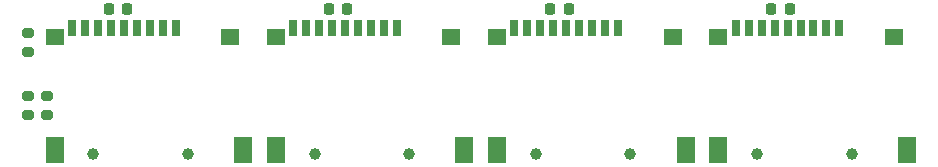
<source format=gts>
%TF.GenerationSoftware,KiCad,Pcbnew,(6.0.1)*%
%TF.CreationDate,2022-03-04T18:54:33+03:00*%
%TF.ProjectId,MICROSD_EM_V1.1,4d494352-4f53-4445-9f45-4d5f56312e31,rev?*%
%TF.SameCoordinates,Original*%
%TF.FileFunction,Soldermask,Top*%
%TF.FilePolarity,Negative*%
%FSLAX46Y46*%
G04 Gerber Fmt 4.6, Leading zero omitted, Abs format (unit mm)*
G04 Created by KiCad (PCBNEW (6.0.1)) date 2022-03-04 18:54:33*
%MOMM*%
%LPD*%
G01*
G04 APERTURE LIST*
G04 Aperture macros list*
%AMRoundRect*
0 Rectangle with rounded corners*
0 $1 Rounding radius*
0 $2 $3 $4 $5 $6 $7 $8 $9 X,Y pos of 4 corners*
0 Add a 4 corners polygon primitive as box body*
4,1,4,$2,$3,$4,$5,$6,$7,$8,$9,$2,$3,0*
0 Add four circle primitives for the rounded corners*
1,1,$1+$1,$2,$3*
1,1,$1+$1,$4,$5*
1,1,$1+$1,$6,$7*
1,1,$1+$1,$8,$9*
0 Add four rect primitives between the rounded corners*
20,1,$1+$1,$2,$3,$4,$5,0*
20,1,$1+$1,$4,$5,$6,$7,0*
20,1,$1+$1,$6,$7,$8,$9,0*
20,1,$1+$1,$8,$9,$2,$3,0*%
G04 Aperture macros list end*
%ADD10RoundRect,0.200000X-0.275000X0.200000X-0.275000X-0.200000X0.275000X-0.200000X0.275000X0.200000X0*%
%ADD11RoundRect,0.225000X0.225000X0.250000X-0.225000X0.250000X-0.225000X-0.250000X0.225000X-0.250000X0*%
%ADD12R,0.700000X1.400000*%
%ADD13R,1.600000X1.400000*%
%ADD14R,1.600000X2.200000*%
%ADD15C,1.000000*%
%ADD16RoundRect,0.200000X0.275000X-0.200000X0.275000X0.200000X-0.275000X0.200000X-0.275000X-0.200000X0*%
G04 APERTURE END LIST*
D10*
%TO.C,R3*%
X99100000Y-136575000D03*
X99100000Y-138225000D03*
%TD*%
D11*
%TO.C,C3*%
X126125000Y-129250000D03*
X124575000Y-129250000D03*
%TD*%
%TO.C,C1*%
X163600000Y-129250000D03*
X162050000Y-129250000D03*
%TD*%
D12*
%TO.C,J4*%
X111608317Y-130861500D03*
X110508319Y-130861500D03*
X109408321Y-130861500D03*
X108308323Y-130861500D03*
X107208326Y-130861500D03*
X106108328Y-130861500D03*
X105008330Y-130861500D03*
X103908332Y-130861500D03*
X102808334Y-130861500D03*
D13*
X116208333Y-131561499D03*
D14*
X101358335Y-141161500D03*
D13*
X101358335Y-131561499D03*
D14*
X117308333Y-141161500D03*
D15*
X104633334Y-141500000D03*
X112633334Y-141500000D03*
%TD*%
D12*
%TO.C,J3*%
X130341650Y-130861500D03*
X129241652Y-130861500D03*
X128141654Y-130861500D03*
X127041656Y-130861500D03*
X125941659Y-130861500D03*
X124841661Y-130861500D03*
X123741663Y-130861500D03*
X122641665Y-130861500D03*
X121541667Y-130861500D03*
D13*
X120091668Y-131561499D03*
D14*
X136041666Y-141161500D03*
X120091668Y-141161500D03*
D13*
X134941666Y-131561499D03*
D15*
X123366667Y-141500000D03*
X131366667Y-141500000D03*
%TD*%
D11*
%TO.C,C2*%
X144875000Y-129250000D03*
X143325000Y-129250000D03*
%TD*%
D12*
%TO.C,J1*%
X167808317Y-130861500D03*
X166708319Y-130861500D03*
X165608321Y-130861500D03*
X164508323Y-130861500D03*
X163408326Y-130861500D03*
X162308328Y-130861500D03*
X161208330Y-130861500D03*
X160108332Y-130861500D03*
X159008334Y-130861500D03*
D14*
X173508333Y-141161500D03*
D13*
X157558335Y-131561499D03*
X172408333Y-131561499D03*
D14*
X157558335Y-141161500D03*
D15*
X168833334Y-141500000D03*
X160833334Y-141500000D03*
%TD*%
D16*
%TO.C,R2*%
X99100000Y-131225000D03*
X99100000Y-132875000D03*
%TD*%
D12*
%TO.C,J2*%
X149074983Y-130861500D03*
X147974985Y-130861500D03*
X146874987Y-130861500D03*
X145774989Y-130861500D03*
X144674992Y-130861500D03*
X143574994Y-130861500D03*
X142474996Y-130861500D03*
X141374998Y-130861500D03*
X140275000Y-130861500D03*
D14*
X154774999Y-141161500D03*
D13*
X153674999Y-131561499D03*
X138825001Y-131561499D03*
D14*
X138825001Y-141161500D03*
D15*
X142100000Y-141500000D03*
X150100000Y-141500000D03*
%TD*%
D10*
%TO.C,R1*%
X100700000Y-136575000D03*
X100700000Y-138225000D03*
%TD*%
D11*
%TO.C,C4*%
X107475000Y-129250000D03*
X105925000Y-129250000D03*
%TD*%
M02*

</source>
